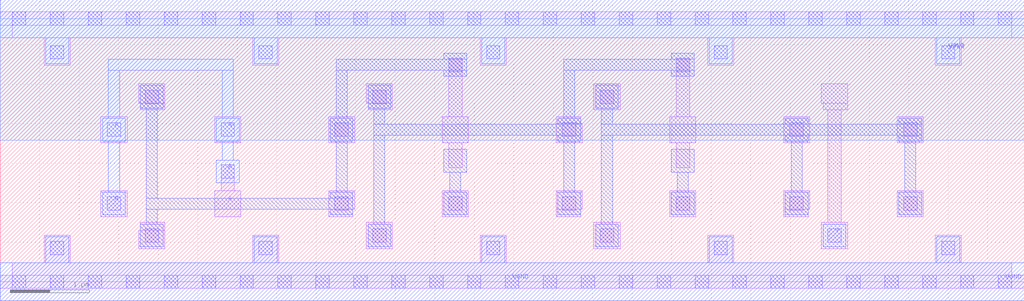
<source format=lef>
VERSION 5.7 ;
  NOWIREEXTENSIONATPIN ON ;
  DIVIDERCHAR "/" ;
  BUSBITCHARS "[]" ;
MACRO CLKBUF1
  CLASS CORE ;
  FOREIGN CLKBUF1 ;
  ORIGIN 0.000 0.000 ;
  SIZE 12.960 BY 3.330 ;
  SYMMETRY X Y ;
  SITE unit ;
  PIN A
    ANTENNAGATEAREA 0.378000 ;
    PORT
      LAYER met1 ;
        RECT 1.370 2.675 2.950 2.815 ;
        RECT 1.370 2.070 1.510 2.675 ;
        RECT 2.810 2.070 2.950 2.675 ;
        RECT 1.295 1.780 1.585 2.070 ;
        RECT 2.735 1.780 3.025 2.070 ;
        RECT 1.370 1.135 1.510 1.780 ;
        RECT 2.810 1.540 2.950 1.780 ;
        RECT 2.735 1.250 3.025 1.540 ;
        RECT 1.295 0.845 1.585 1.135 ;
    END
    PORT
      LAYER li1 ;
        RECT 2.795 1.155 2.965 1.480 ;
        RECT 2.715 0.825 3.045 1.155 ;
      LAYER mcon ;
        RECT 2.795 1.310 2.965 1.480 ;
    END
    PORT
      LAYER li1 ;
        RECT 1.275 1.760 1.605 2.090 ;
      LAYER mcon ;
        RECT 1.355 1.840 1.525 2.010 ;
    END
    PORT
      LAYER li1 ;
        RECT 2.715 1.760 3.045 2.090 ;
      LAYER mcon ;
        RECT 2.795 1.840 2.965 2.010 ;
    END
  END A
  PIN VGND
    ANTENNADIFFAREA 2.289000 ;
    PORT
      LAYER met1 ;
        RECT 0.575 0.240 0.865 0.570 ;
        RECT 3.215 0.240 3.505 0.570 ;
        RECT 6.095 0.240 6.385 0.570 ;
        RECT 8.975 0.240 9.265 0.570 ;
        RECT 11.855 0.240 12.145 0.570 ;
        RECT 0.000 -0.240 12.960 0.240 ;
    END
    PORT
      LAYER li1 ;
        RECT 0.555 0.240 0.885 0.590 ;
        RECT 3.195 0.240 3.525 0.590 ;
        RECT 6.075 0.240 6.405 0.590 ;
        RECT 8.955 0.240 9.285 0.590 ;
        RECT 11.835 0.240 12.165 0.590 ;
        RECT 0.155 0.085 12.805 0.240 ;
        RECT 0.000 -0.085 12.960 0.085 ;
      LAYER mcon ;
        RECT 0.635 0.340 0.805 0.510 ;
        RECT 3.275 0.340 3.445 0.510 ;
        RECT 6.155 0.340 6.325 0.510 ;
        RECT 9.035 0.340 9.205 0.510 ;
        RECT 11.915 0.340 12.085 0.510 ;
        RECT 0.155 -0.085 0.325 0.085 ;
        RECT 0.635 -0.085 0.805 0.085 ;
        RECT 1.115 -0.085 1.285 0.085 ;
        RECT 1.595 -0.085 1.765 0.085 ;
        RECT 2.075 -0.085 2.245 0.085 ;
        RECT 2.555 -0.085 2.725 0.085 ;
        RECT 3.035 -0.085 3.205 0.085 ;
        RECT 3.515 -0.085 3.685 0.085 ;
        RECT 3.995 -0.085 4.165 0.085 ;
        RECT 4.475 -0.085 4.645 0.085 ;
        RECT 4.955 -0.085 5.125 0.085 ;
        RECT 5.435 -0.085 5.605 0.085 ;
        RECT 5.915 -0.085 6.085 0.085 ;
        RECT 6.395 -0.085 6.565 0.085 ;
        RECT 6.875 -0.085 7.045 0.085 ;
        RECT 7.355 -0.085 7.525 0.085 ;
        RECT 7.835 -0.085 8.005 0.085 ;
        RECT 8.315 -0.085 8.485 0.085 ;
        RECT 8.795 -0.085 8.965 0.085 ;
        RECT 9.275 -0.085 9.445 0.085 ;
        RECT 9.755 -0.085 9.925 0.085 ;
        RECT 10.235 -0.085 10.405 0.085 ;
        RECT 10.715 -0.085 10.885 0.085 ;
        RECT 11.195 -0.085 11.365 0.085 ;
        RECT 11.675 -0.085 11.845 0.085 ;
        RECT 12.155 -0.085 12.325 0.085 ;
        RECT 12.635 -0.085 12.805 0.085 ;
    END
    PORT
      LAYER met1 ;
        RECT 0.000 3.090 12.960 3.570 ;
        RECT 0.575 2.760 0.865 3.090 ;
        RECT 3.215 2.760 3.505 3.090 ;
        RECT 6.095 2.760 6.385 3.090 ;
        RECT 8.975 2.760 9.265 3.090 ;
        RECT 11.855 2.760 12.145 3.090 ;
    END
  END VGND
  PIN VPWR
    ANTENNADIFFAREA 4.578000 ;
    PORT
      LAYER li1 ;
        RECT 0.000 3.245 12.960 3.415 ;
        RECT 0.155 3.090 12.805 3.245 ;
        RECT 0.555 2.740 0.885 3.090 ;
        RECT 3.195 2.740 3.525 3.090 ;
        RECT 6.075 2.740 6.405 3.090 ;
        RECT 8.955 2.740 9.285 3.090 ;
        RECT 11.835 2.740 12.165 3.090 ;
      LAYER mcon ;
        RECT 0.155 3.245 0.325 3.415 ;
        RECT 0.635 3.245 0.805 3.415 ;
        RECT 1.115 3.245 1.285 3.415 ;
        RECT 1.595 3.245 1.765 3.415 ;
        RECT 2.075 3.245 2.245 3.415 ;
        RECT 2.555 3.245 2.725 3.415 ;
        RECT 3.035 3.245 3.205 3.415 ;
        RECT 3.515 3.245 3.685 3.415 ;
        RECT 3.995 3.245 4.165 3.415 ;
        RECT 4.475 3.245 4.645 3.415 ;
        RECT 4.955 3.245 5.125 3.415 ;
        RECT 5.435 3.245 5.605 3.415 ;
        RECT 5.915 3.245 6.085 3.415 ;
        RECT 6.395 3.245 6.565 3.415 ;
        RECT 6.875 3.245 7.045 3.415 ;
        RECT 7.355 3.245 7.525 3.415 ;
        RECT 7.835 3.245 8.005 3.415 ;
        RECT 8.315 3.245 8.485 3.415 ;
        RECT 8.795 3.245 8.965 3.415 ;
        RECT 9.275 3.245 9.445 3.415 ;
        RECT 9.755 3.245 9.925 3.415 ;
        RECT 10.235 3.245 10.405 3.415 ;
        RECT 10.715 3.245 10.885 3.415 ;
        RECT 11.195 3.245 11.365 3.415 ;
        RECT 11.675 3.245 11.845 3.415 ;
        RECT 12.155 3.245 12.325 3.415 ;
        RECT 12.635 3.245 12.805 3.415 ;
        RECT 0.635 2.820 0.805 2.990 ;
        RECT 3.275 2.820 3.445 2.990 ;
        RECT 6.155 2.820 6.325 2.990 ;
        RECT 9.035 2.820 9.205 2.990 ;
        RECT 11.915 2.820 12.085 2.990 ;
    END
  END VPWR
  PIN Y
    ANTENNADIFFAREA 1.661650 ;
    PORT
      LAYER met1 ;
        RECT 10.415 0.440 10.705 0.730 ;
    END
  END Y
  OBS
      LAYER nwell ;
        RECT 0.000 1.790 12.960 3.330 ;
      LAYER li1 ;
        RECT 1.755 2.260 2.085 2.505 ;
        RECT 4.635 2.260 4.965 2.505 ;
        RECT 1.775 2.175 2.085 2.260 ;
        RECT 4.655 2.175 4.965 2.260 ;
        RECT 5.675 2.090 5.845 2.830 ;
        RECT 7.515 2.175 7.845 2.505 ;
        RECT 8.555 2.090 8.725 2.830 ;
        RECT 10.395 2.260 10.725 2.505 ;
        RECT 10.415 2.175 10.725 2.260 ;
        RECT 4.155 1.760 4.485 2.090 ;
        RECT 5.595 1.760 5.925 2.090 ;
        RECT 7.035 2.005 7.345 2.090 ;
        RECT 7.035 1.760 7.365 2.005 ;
        RECT 8.475 1.760 8.805 2.090 ;
        RECT 9.915 1.760 10.245 2.090 ;
        RECT 5.675 1.445 5.845 1.760 ;
        RECT 8.555 1.445 8.725 1.760 ;
        RECT 1.275 0.825 1.605 1.155 ;
        RECT 4.155 0.920 4.485 1.155 ;
        RECT 4.155 0.825 4.465 0.920 ;
        RECT 5.595 0.825 5.925 1.155 ;
        RECT 7.035 0.920 7.365 1.155 ;
        RECT 7.035 0.825 7.345 0.920 ;
        RECT 8.475 0.825 8.805 1.155 ;
        RECT 9.915 0.920 10.245 1.155 ;
        RECT 9.915 0.825 10.225 0.920 ;
        RECT 10.475 0.750 10.645 2.175 ;
        RECT 11.355 1.760 11.685 2.090 ;
        RECT 11.355 0.825 11.685 1.155 ;
        RECT 1.775 0.655 2.085 0.750 ;
        RECT 1.755 0.420 2.085 0.655 ;
        RECT 4.635 0.420 4.965 0.750 ;
        RECT 7.515 0.420 7.845 0.750 ;
        RECT 10.395 0.420 10.725 0.750 ;
      LAYER mcon ;
        RECT 5.675 2.660 5.845 2.830 ;
        RECT 1.835 2.255 2.005 2.425 ;
        RECT 4.715 2.255 4.885 2.425 ;
        RECT 8.555 2.660 8.725 2.830 ;
        RECT 7.595 2.255 7.765 2.425 ;
        RECT 4.235 1.840 4.405 2.010 ;
        RECT 7.115 1.840 7.285 2.010 ;
        RECT 9.995 1.840 10.165 2.010 ;
        RECT 1.355 0.905 1.525 1.075 ;
        RECT 4.235 0.905 4.405 1.075 ;
        RECT 5.675 0.905 5.845 1.075 ;
        RECT 7.115 0.905 7.285 1.075 ;
        RECT 8.555 0.905 8.725 1.075 ;
        RECT 9.995 0.905 10.165 1.075 ;
        RECT 11.435 1.840 11.605 2.010 ;
        RECT 11.435 0.905 11.605 1.075 ;
        RECT 1.835 0.500 2.005 0.670 ;
        RECT 4.715 0.500 4.885 0.670 ;
        RECT 7.595 0.500 7.765 0.670 ;
        RECT 10.475 0.500 10.645 0.670 ;
      LAYER met1 ;
        RECT 5.615 2.815 5.905 2.890 ;
        RECT 8.495 2.815 8.785 2.890 ;
        RECT 4.250 2.675 5.905 2.815 ;
        RECT 1.775 2.195 2.065 2.485 ;
        RECT 1.850 1.060 1.990 2.195 ;
        RECT 4.250 2.070 4.390 2.675 ;
        RECT 5.615 2.600 5.905 2.675 ;
        RECT 7.130 2.675 8.785 2.815 ;
        RECT 4.655 2.195 4.945 2.485 ;
        RECT 4.175 1.780 4.465 2.070 ;
        RECT 4.730 1.995 4.870 2.195 ;
        RECT 7.130 2.070 7.270 2.675 ;
        RECT 8.495 2.600 8.785 2.675 ;
        RECT 7.535 2.195 7.825 2.485 ;
        RECT 7.055 1.995 7.345 2.070 ;
        RECT 4.730 1.855 7.345 1.995 ;
        RECT 4.250 1.135 4.390 1.780 ;
        RECT 4.175 1.060 4.465 1.135 ;
        RECT 1.850 0.920 4.465 1.060 ;
        RECT 1.850 0.730 1.990 0.920 ;
        RECT 4.175 0.845 4.465 0.920 ;
        RECT 4.730 0.730 4.870 1.855 ;
        RECT 7.055 1.780 7.345 1.855 ;
        RECT 7.610 1.995 7.750 2.195 ;
        RECT 9.935 1.995 10.225 2.070 ;
        RECT 11.375 1.995 11.665 2.070 ;
        RECT 7.610 1.855 11.665 1.995 ;
        RECT 5.615 1.385 5.905 1.675 ;
        RECT 5.690 1.135 5.830 1.385 ;
        RECT 7.130 1.135 7.270 1.780 ;
        RECT 5.615 0.845 5.905 1.135 ;
        RECT 7.055 0.845 7.345 1.135 ;
        RECT 7.610 0.730 7.750 1.855 ;
        RECT 9.935 1.780 10.225 1.855 ;
        RECT 11.375 1.780 11.665 1.855 ;
        RECT 8.495 1.385 8.785 1.675 ;
        RECT 8.570 1.135 8.710 1.385 ;
        RECT 10.010 1.135 10.150 1.780 ;
        RECT 11.450 1.135 11.590 1.780 ;
        RECT 8.495 0.845 8.785 1.135 ;
        RECT 9.935 0.845 10.225 1.135 ;
        RECT 11.375 0.845 11.665 1.135 ;
        RECT 1.775 0.440 2.065 0.730 ;
        RECT 4.655 0.440 4.945 0.730 ;
        RECT 7.535 0.440 7.825 0.730 ;
  END
END CLKBUF1
END LIBRARY


</source>
